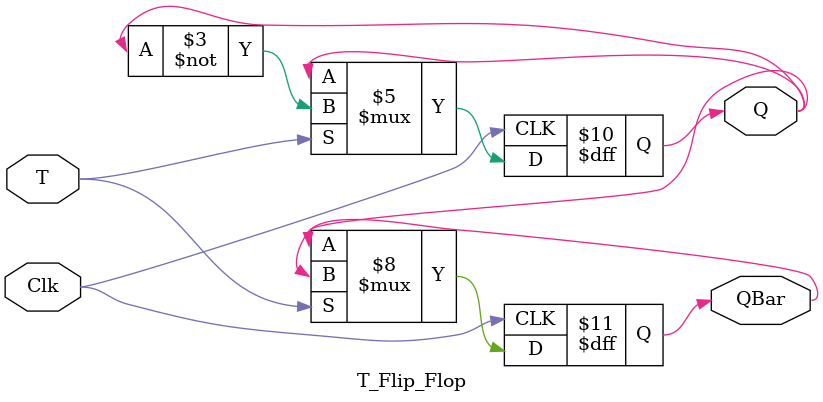
<source format=v>
`timescale 1ns / 1ps


module T_Flip_Flop(
    input T,
    input Clk, 
    output reg Q,
    output reg QBar
    );
   
	 always@(posedge Clk)
	 begin
	   if (T == 1)
	       begin
	             QBar = Q;
                 Q = ~Q;
                 
            end
        else
            begin
                Q = Q;
                QBar = QBar;
            end
	 end
endmodule


</source>
